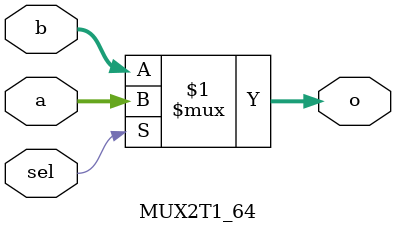
<source format=v>
`timescale 1ns / 1ps
	module 	MUX2T1_64(input[63:0]a,
						 input[63:0]b,
						 input sel,
						 output[63:0]o
						 );

	assign o = sel? a : b;

endmodule


</source>
